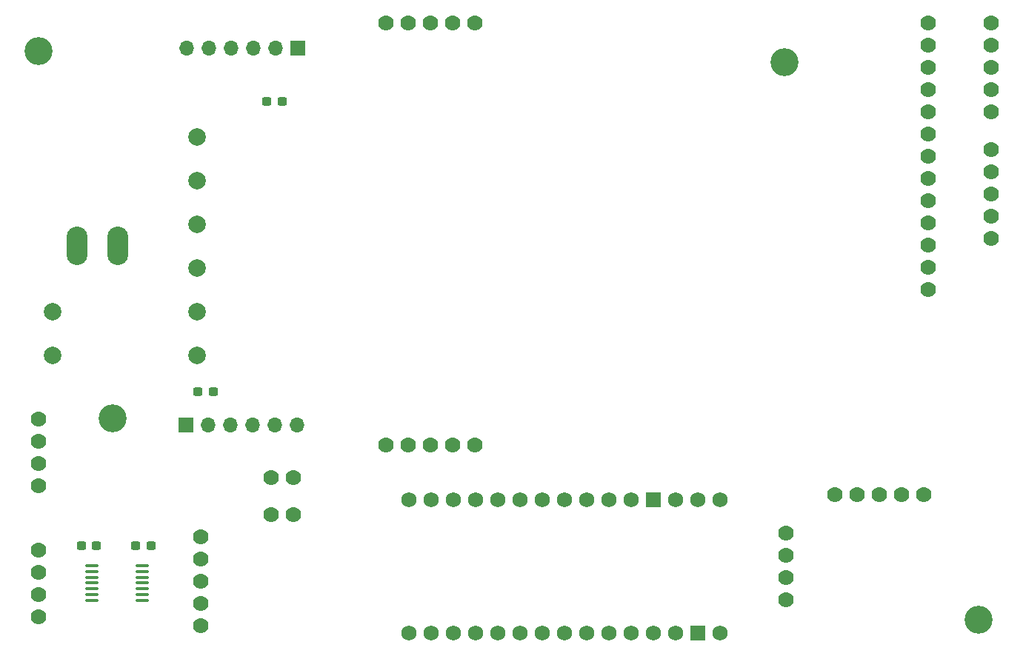
<source format=gts>
%TF.GenerationSoftware,KiCad,Pcbnew,7.0.10*%
%TF.CreationDate,2024-01-18T23:13:16-08:00*%
%TF.ProjectId,r2dtf dev board rev 1,72326474-6620-4646-9576-20626f617264,rev?*%
%TF.SameCoordinates,Original*%
%TF.FileFunction,Soldermask,Top*%
%TF.FilePolarity,Negative*%
%FSLAX46Y46*%
G04 Gerber Fmt 4.6, Leading zero omitted, Abs format (unit mm)*
G04 Created by KiCad (PCBNEW 7.0.10) date 2024-01-18 23:13:16*
%MOMM*%
%LPD*%
G01*
G04 APERTURE LIST*
G04 Aperture macros list*
%AMRoundRect*
0 Rectangle with rounded corners*
0 $1 Rounding radius*
0 $2 $3 $4 $5 $6 $7 $8 $9 X,Y pos of 4 corners*
0 Add a 4 corners polygon primitive as box body*
4,1,4,$2,$3,$4,$5,$6,$7,$8,$9,$2,$3,0*
0 Add four circle primitives for the rounded corners*
1,1,$1+$1,$2,$3*
1,1,$1+$1,$4,$5*
1,1,$1+$1,$6,$7*
1,1,$1+$1,$8,$9*
0 Add four rect primitives between the rounded corners*
20,1,$1+$1,$2,$3,$4,$5,0*
20,1,$1+$1,$4,$5,$6,$7,0*
20,1,$1+$1,$6,$7,$8,$9,0*
20,1,$1+$1,$8,$9,$2,$3,0*%
G04 Aperture macros list end*
%ADD10RoundRect,0.237500X-0.300000X-0.237500X0.300000X-0.237500X0.300000X0.237500X-0.300000X0.237500X0*%
%ADD11O,2.400000X4.400000*%
%ADD12C,1.778000*%
%ADD13C,2.000000*%
%ADD14R,1.700000X1.700000*%
%ADD15O,1.700000X1.700000*%
%ADD16C,3.200000*%
%ADD17RoundRect,0.100000X-0.637500X-0.100000X0.637500X-0.100000X0.637500X0.100000X-0.637500X0.100000X0*%
%ADD18RoundRect,0.237500X0.300000X0.237500X-0.300000X0.237500X-0.300000X-0.237500X0.300000X-0.237500X0*%
%ADD19C,1.727200*%
%ADD20R,1.727200X1.727200*%
G04 APERTURE END LIST*
D10*
%TO.C,C1*%
X76237500Y-104900000D03*
X77962500Y-104900000D03*
%TD*%
D11*
%TO.C,SW1*%
X67100000Y-88200000D03*
X62400000Y-88200000D03*
%TD*%
D12*
%TO.C,U2*%
X159662500Y-93267500D03*
X159662500Y-90727500D03*
X159662500Y-88187500D03*
X159662500Y-85647500D03*
X159662500Y-83107500D03*
X159662500Y-80567500D03*
X159662500Y-78027500D03*
X159662500Y-75487500D03*
X159662500Y-72947500D03*
X159662500Y-70407500D03*
X159662500Y-67867500D03*
X159662500Y-65327500D03*
X159662500Y-62787500D03*
X97686500Y-62787500D03*
X100226500Y-62787500D03*
X102766500Y-62787500D03*
X105306500Y-62787500D03*
X107846500Y-62787500D03*
X97686500Y-111047500D03*
X100226500Y-111047500D03*
X102766500Y-111047500D03*
X105306500Y-111047500D03*
X107846500Y-111047500D03*
%TD*%
D13*
%TO.C,J6*%
X76100000Y-100750000D03*
X76100000Y-95750000D03*
%TD*%
D14*
%TO.C,J5*%
X87655400Y-65659000D03*
D15*
X85115400Y-65659000D03*
X82575400Y-65659000D03*
X80035400Y-65659000D03*
X77495400Y-65659000D03*
X74955400Y-65659000D03*
%TD*%
D13*
%TO.C,J1*%
X59600000Y-95750000D03*
X59600000Y-100750000D03*
%TD*%
D14*
%TO.C,J4*%
X74880000Y-108686600D03*
D15*
X77420000Y-108686600D03*
X79960000Y-108686600D03*
X82500000Y-108686600D03*
X85040000Y-108686600D03*
X87580000Y-108686600D03*
%TD*%
D12*
%TO.C,J2*%
X87172800Y-114736100D03*
X84632800Y-114736100D03*
%TD*%
D10*
%TO.C,C3*%
X62937500Y-122500000D03*
X64662500Y-122500000D03*
%TD*%
D12*
%TO.C,J9*%
X143484600Y-121056400D03*
X143484600Y-123596400D03*
X143484600Y-126136400D03*
X143484600Y-128676400D03*
%TD*%
D16*
%TO.C,REF\u002A\u002A*%
X66500000Y-108000000D03*
%TD*%
D17*
%TO.C,U1*%
X64137500Y-124850000D03*
X64137500Y-125500000D03*
X64137500Y-126150000D03*
X64137500Y-126800000D03*
X64137500Y-127450000D03*
X64137500Y-128100000D03*
X64137500Y-128750000D03*
X69862500Y-128750000D03*
X69862500Y-128100000D03*
X69862500Y-127450000D03*
X69862500Y-126800000D03*
X69862500Y-126150000D03*
X69862500Y-125500000D03*
X69862500Y-124850000D03*
%TD*%
D16*
%TO.C,REF\u002A\u002A*%
X143300000Y-67200000D03*
%TD*%
D12*
%TO.C,J10*%
X58000000Y-108079500D03*
X58000000Y-110619500D03*
X58000000Y-113159500D03*
X58000000Y-115699500D03*
%TD*%
D16*
%TO.C,REF\u002A\u002A*%
X165500000Y-131000000D03*
%TD*%
D13*
%TO.C,J8*%
X76100000Y-80750000D03*
X76100000Y-75750000D03*
%TD*%
D12*
%TO.C,J3*%
X87172800Y-118986100D03*
X84632800Y-118986100D03*
%TD*%
D18*
%TO.C,C2*%
X85862500Y-71700000D03*
X84137500Y-71700000D03*
%TD*%
D12*
%TO.C,J13*%
X58000000Y-123024000D03*
X58000000Y-125564000D03*
X58000000Y-128104000D03*
X58000000Y-130644000D03*
%TD*%
D19*
%TO.C,XA1*%
X102880000Y-132490000D03*
X128280000Y-132490000D03*
X107960000Y-132490000D03*
X110500000Y-132490000D03*
X113040000Y-132490000D03*
X115580000Y-132490000D03*
X118120000Y-132490000D03*
X120660000Y-132490000D03*
X123200000Y-132490000D03*
X125740000Y-132490000D03*
X105420000Y-132490000D03*
X133360000Y-117250000D03*
X135900000Y-117250000D03*
X125740000Y-117250000D03*
X123200000Y-117250000D03*
X120660000Y-117250000D03*
X118120000Y-117250000D03*
X115580000Y-117250000D03*
X113040000Y-117250000D03*
X110500000Y-117250000D03*
X107960000Y-117250000D03*
X105420000Y-117250000D03*
X102880000Y-117250000D03*
X100340000Y-117250000D03*
X100340000Y-132490000D03*
D20*
X128280000Y-117250000D03*
X133360000Y-132490000D03*
D19*
X130820000Y-117250000D03*
X130820000Y-132490000D03*
X135900000Y-132490000D03*
%TD*%
D13*
%TO.C,J7*%
X76100000Y-90750000D03*
X76100000Y-85750000D03*
%TD*%
D12*
%TO.C,J12*%
X166860500Y-72940500D03*
X166860500Y-70400500D03*
X166860500Y-67860500D03*
X166860500Y-65320500D03*
X166860500Y-62780500D03*
%TD*%
%TO.C,U3*%
X148996400Y-116687600D03*
X151536400Y-116687600D03*
X154076400Y-116687600D03*
X156616400Y-116687600D03*
X159156400Y-116687600D03*
%TD*%
%TO.C,J14*%
X76600000Y-121524000D03*
X76600000Y-124064000D03*
X76600000Y-126604000D03*
X76600000Y-129144000D03*
X76600000Y-131684000D03*
%TD*%
%TO.C,J11*%
X166860500Y-87410000D03*
X166860500Y-84870000D03*
X166860500Y-82330000D03*
X166860500Y-79790000D03*
X166860500Y-77250000D03*
%TD*%
D18*
%TO.C,C4*%
X70862500Y-122500000D03*
X69137500Y-122500000D03*
%TD*%
D16*
%TO.C,REF\u002A\u002A*%
X58000000Y-66000000D03*
%TD*%
M02*

</source>
